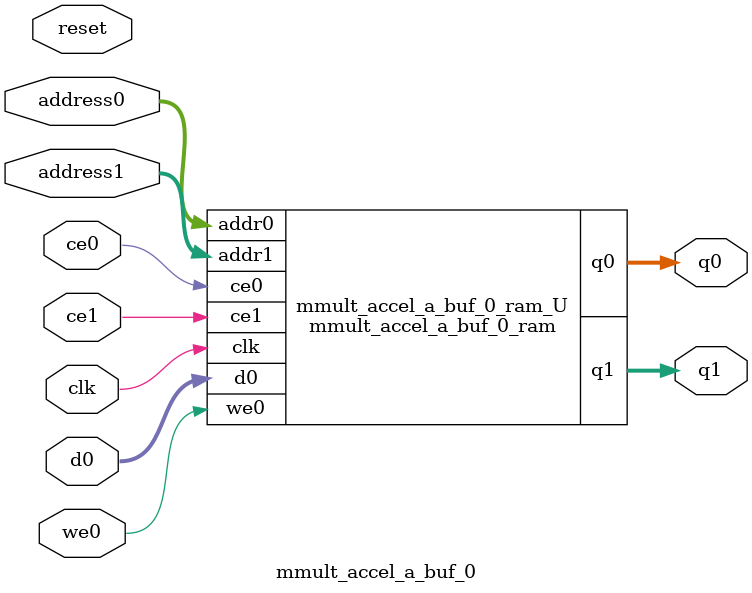
<source format=v>

`timescale 1 ns / 1 ps
module mmult_accel_a_buf_0_ram (addr0, ce0, d0, we0, q0, addr1, ce1, q1,  clk);

parameter DWIDTH = 32;
parameter AWIDTH = 6;
parameter MEM_SIZE = 64;

input[AWIDTH-1:0] addr0;
input ce0;
input[DWIDTH-1:0] d0;
input we0;
output reg[DWIDTH-1:0] q0;
input[AWIDTH-1:0] addr1;
input ce1;
output reg[DWIDTH-1:0] q1;
input clk;

(* ram_style = "block" *)reg [DWIDTH-1:0] ram[MEM_SIZE-1:0];




always @(posedge clk)  
begin 
    if (ce0) 
    begin
        if (we0) 
        begin 
            ram[addr0] <= d0; 
            q0 <= d0;
        end 
        else 
            q0 <= ram[addr0];
    end
end


always @(posedge clk)  
begin 
    if (ce1) 
    begin
            q1 <= ram[addr1];
    end
end


endmodule


`timescale 1 ns / 1 ps
module mmult_accel_a_buf_0(
    reset,
    clk,
    address0,
    ce0,
    we0,
    d0,
    q0,
    address1,
    ce1,
    q1);

parameter DataWidth = 32'd32;
parameter AddressRange = 32'd64;
parameter AddressWidth = 32'd6;
input reset;
input clk;
input[AddressWidth - 1:0] address0;
input ce0;
input we0;
input[DataWidth - 1:0] d0;
output[DataWidth - 1:0] q0;
input[AddressWidth - 1:0] address1;
input ce1;
output[DataWidth - 1:0] q1;



mmult_accel_a_buf_0_ram mmult_accel_a_buf_0_ram_U(
    .clk( clk ),
    .addr0( address0 ),
    .ce0( ce0 ),
    .d0( d0 ),
    .we0( we0 ),
    .q0( q0 ),
    .addr1( address1 ),
    .ce1( ce1 ),
    .q1( q1 ));

endmodule


</source>
